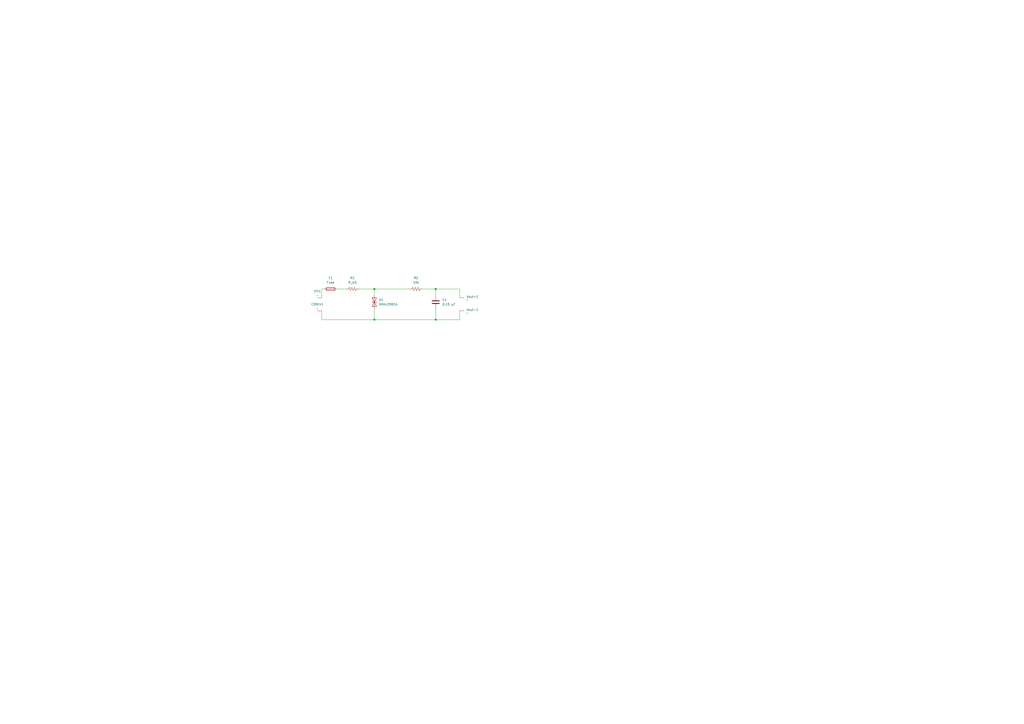
<source format=kicad_sch>
(kicad_sch (version 20231120) (generator "eeschema") (generator_version "8.0")
  (paper "A2")
  (lib_symbols
    (symbol "Device:C" (pin_numbers hide) (pin_names (offset 0.254))
      (property "Reference" "C" (at 0.635 2.54 0))
      (property "Value" "C" (at 0.635 -2.54 0))
      (symbol "C_0_1"
        (polyline (pts (xy -2.032 -0.762) (xy 2.032 -0.762)) (stroke (width 0.508)))
        (polyline (pts (xy -2.032 0.762) (xy 2.032 0.762)) (stroke (width 0.508)))
      )
      (symbol "C_1_1"
        (pin passive line (at 0 3.81 270) (length 2.794) (name "~") (number "1"))
        (pin passive line (at 0 -3.81 90) (length 2.794) (name "~") (number "2"))
      )
    )
    (symbol "Device:Fuse" (pin_numbers hide) (pin_names (offset 0))
      (property "Reference" "F" (at 2.032 0 90))
      (property "Value" "Fuse" (at -1.905 0 90))
      (symbol "Fuse_0_1"
        (rectangle (start -0.762 -2.54) (end 0.762 2.54) (stroke (width 0.254)))
        (polyline (pts (xy 0 2.54) (xy 0 -2.54)))
      )
      (symbol "Fuse_1_1"
        (pin passive line (at 0 3.81 270) (length 1.27) (name "~") (number "1"))
        (pin passive line (at 0 -3.81 90) (length 1.27) (name "~") (number "2"))
      )
    )
    (symbol "Device:R_US" (pin_numbers hide) (pin_names (offset 0))
      (property "Reference" "R" (at 2.54 0 90))
      (property "Value" "R_US" (at -2.54 0 90))
      (symbol "R_US_0_1"
        (polyline (pts (xy 0 -2.286) (xy 0 -2.54)))
        (polyline (pts (xy 0 2.286) (xy 0 2.54)))
        (polyline (pts (xy 0 -0.762) (xy 1.016 -1.143) (xy 0 -1.524) (xy -1.016 -1.905) (xy 0 -2.286)))
        (polyline (pts (xy 0 0.762) (xy 1.016 0.381) (xy 0 0) (xy -1.016 -0.381) (xy 0 -0.762)))
        (polyline (pts (xy 0 2.286) (xy 1.016 1.905) (xy 0 1.524) (xy -1.016 1.143) (xy 0 0.762)))
      )
      (symbol "R_US_1_1"
        (pin passive line (at 0 3.81 270) (length 1.27) (name "~") (number "1"))
        (pin passive line (at 0 -3.81 90) (length 1.27) (name "~") (number "2"))
      )
    )
    (symbol "Diode:SMAJ200CA" (pin_numbers hide) (pin_names (offset 1.016) hide)
      (property "Reference" "D" (at 0 2.54 0))
      (property "Value" "SMAJ200CA" (at 0 -2.54 0))
      (symbol "SMAJ200CA_0_1"
        (polyline (pts (xy 1.27 0) (xy -1.27 0)))
        (polyline (pts (xy -2.54 -1.27) (xy 0 0) (xy -2.54 1.27) (xy -2.54 -1.27)) (stroke (width 0.2032)))
        (polyline (pts (xy 0.508 1.27) (xy 0 1.27) (xy 0 -1.27) (xy -0.508 -1.27)) (stroke (width 0.2032)))
        (polyline (pts (xy 2.54 1.27) (xy 2.54 -1.27) (xy 0 0) (xy 2.54 1.27)) (stroke (width 0.2032)))
      )
      (symbol "SMAJ200CA_1_1"
        (pin passive line (at -3.81 0 0) (length 2.54) (name "A1") (number "1"))
        (pin passive line (at 3.81 0 180) (length 2.54) (name "A2") (number "2"))
      )
    )
    (symbol "oshe:Input"
      (property "Reference" "U" (at 0 0 0))
      (symbol "Input_1_1"
        (pin bidirectional line (at 0 2.54 180) (length 2.54) (name "") (number ""))
      )
    )
    (symbol "oshe:Node"
      (property "Reference" "U" (at 0 0 0))
      (symbol "Node_1_1"
        (pin bidirectional line (at 0 2.54 0) (length 2.54) (name "") (number ""))
      )
    )
  )
  (junction (at 252.73 167.64))
  (junction (at 252.73 185.42))
  (junction (at 217.17 167.64))
  (junction (at 217.17 185.42))
  (wire (pts (xy 266.7 167.64) (xy 252.73 167.64)))
  (wire (pts (xy 252.73 167.64) (xy 252.73 171.45)))
  (wire (pts (xy 195.58 167.64) (xy 200.66 167.64)))
  (wire (pts (xy 266.7 180.34) (xy 266.7 185.42)))
  (wire (pts (xy 252.73 179.07) (xy 252.73 185.42)))
  (wire (pts (xy 208.28 167.64) (xy 217.17 167.64)))
  (wire (pts (xy 186.69 180.34) (xy 186.69 185.42)))
  (wire (pts (xy 217.17 167.64) (xy 217.17 171.45)))
  (wire (pts (xy 186.69 167.64) (xy 186.69 172.72)))
  (wire (pts (xy 187.96 167.64) (xy 186.69 167.64)))
  (wire (pts (xy 245.11 167.64) (xy 252.73 167.64)))
  (wire (pts (xy 217.17 185.42) (xy 252.73 185.42)))
  (wire (pts (xy 217.17 179.07) (xy 217.17 185.42)))
  (wire (pts (xy 186.69 185.42) (xy 217.17 185.42)))
  (wire (pts (xy 217.17 167.64) (xy 237.49 167.64)))
  (wire (pts (xy 266.7 167.64) (xy 266.7 172.72)))
  (wire (pts (xy 266.7 185.42) (xy 252.73 185.42)))
  (symbol (lib_id "Diode:SMAJ200CA") (at 217.17 175.26 90) (unit 1)
    (property "Reference" "D1" (at 219.71 173.9899 90) (effects (justify right)))
    (property "Value" "SMAJ200CA" (at 219.71 176.5299 90) (effects (justify right)))
    (property "Footprint" "Diode_SMD:D_SMA" (effects (hide yes)))
    (property "Datasheet" "https://www.littelfuse.com/media?resourcetype=datasheets&itemid=75e32973-b177-4ee3-a0ff-cedaf1abdb93&filename=smaj-datasheet" (effects (hide yes)))
    (property "Description" "400W bidirectional Transient Voltage Suppressor, 200.0Vr, SMA(DO-214AC)" (effects (hide yes)))
  )
  (symbol (lib_id "Device:R_US") (at 241.3 167.64 90) (unit 1)
    (property "Reference" "R2" (at 241.3 161.29 90))
    (property "Value" "10k" (at 241.3 163.83 90))
    (property "Description" "Resistor, US symbol" (effects (hide yes)))
  )
  (symbol (lib_id "oshe:Node") (at 266.7 175.26 0) (unit 1)
    (property "Reference" "Vout+1" (at 270.51 172.0849 0) (effects (justify left)))
    (property "Value" "~" (at 270.51 173.99 0) (effects (justify left)))
  )
  (symbol (lib_id "oshe:Input") (at 186.69 175.26 0) (unit 1)
    (property "Reference" "Vin1" (at 184.15 168.91 0))
    (property "Value" "~" (at 184.15 171.45 0))
  )
  (symbol (lib_id "Device:C") (at 252.73 175.26 0) (unit 1)
    (property "Reference" "C1" (at 256.54 173.9899 0) (effects (justify left)))
    (property "Value" "0.15 μf" (at 256.54 176.5299 0) (effects (justify left)))
    (property "Footprint" "oshe:CKG57K" (effects (hide yes)))
    (property "Description" "Unpolarized capacitor" (effects (hide yes)))
  )
  (symbol (lib_id "oshe:Node") (at 266.7 182.88 0) (unit 1)
    (property "Reference" "Vout-1" (at 270.51 179.7049 0) (effects (justify left)))
    (property "Value" "~" (at 270.51 181.61 0) (effects (justify left)))
  )
  (symbol (lib_id "Device:R_US") (at 204.47 167.64 90) (unit 1)
    (property "Reference" "R1" (at 204.47 161.29 90))
    (property "Value" "R_US" (at 204.47 163.83 90))
    (property "Description" "Resistor, US symbol" (effects (hide yes)))
  )
  (symbol (lib_id "Device:Fuse") (at 191.77 167.64 90) (unit 1)
    (property "Reference" "F1" (at 191.77 161.29 90))
    (property "Value" "Fuse" (at 191.77 163.83 90))
    (property "Description" "Fuse" (effects (hide yes)))
  )
  (symbol (lib_id "oshe:Input") (at 186.69 182.88 0) (unit 1)
    (property "Reference" "COMin1" (at 184.15 176.53 0))
    (property "Value" "~" (at 184.15 179.07 0))
  )
)
</source>
